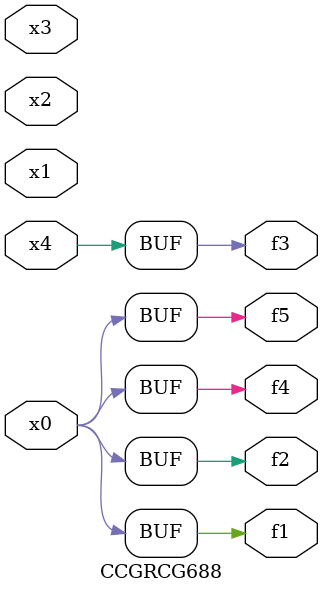
<source format=v>
module CCGRCG688(
	input x0, x1, x2, x3, x4,
	output f1, f2, f3, f4, f5
);
	assign f1 = x0;
	assign f2 = x0;
	assign f3 = x4;
	assign f4 = x0;
	assign f5 = x0;
endmodule

</source>
